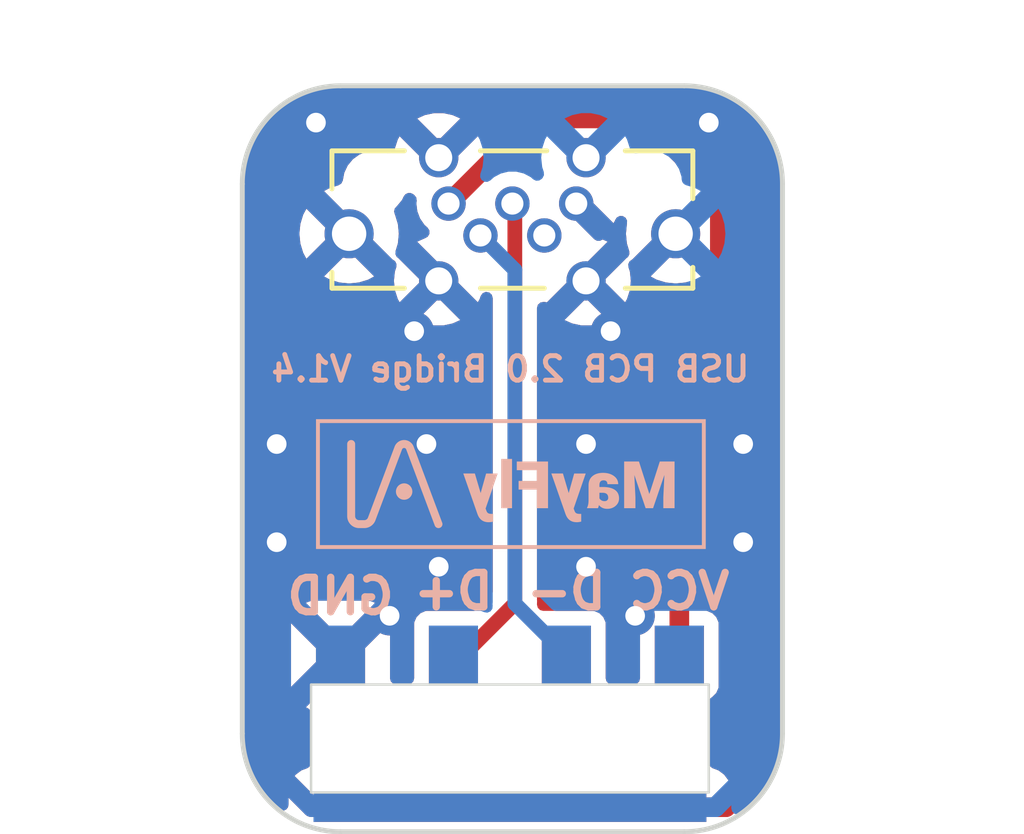
<source format=kicad_pcb>
(kicad_pcb (version 20221018) (generator pcbnew)
  (layers (0 "F.Cu" signal) (31 "B.Cu" signal) (34 "B.Paste" user) (35 "F.Paste" user) (36 "B.SilkS" user "B.Silkscreen") (37 "F.SilkS" user "F.Silkscreen") (38 "B.Mask" user) (39 "F.Mask" user) (44 "Edge.Cuts" user))
  (net 0 "")
  (net 1 "GND")
  (net 2 "Net-(J1-VBUS)")
  (net 3 "Net-(J1-D-)")
  (net 4 "Net-(J1-D+)")
  (footprint "MayFly-Library:USB-PCB" (layer "F.Cu") (at 108.5 112.7)
    (fp_text reference "J2" hide)
    (fp_text value "USB-PCB")
    (fp_rect (start 4 5) (end -4.1 7.2) (stroke (width 0.05)) (fill none) (layer "Edge.Cuts"))
    (pad "1" smd rect (at 3.4 4.4) (size 1 1.2) (layers "F.Cu" "F.Paste" "F.Mask") (net 2 "Net-(J1-VBUS)"))
    (pad "2" smd rect (at 1.1 4.4) (size 1 1.2) (layers "F.Cu" "F.Paste" "F.Mask"))
    (pad "3" smd rect (at -1.2 4.4) (size 1 1.2) (layers "F.Cu" "F.Paste" "F.Mask") (net 4 "Net-(J1-D+)"))
    (pad "4" smd rect (at -3.5 4.4) (size 1 1.2) (layers "F.Cu" "F.Paste" "F.Mask") (net 1 "GND"))
    (pad "5" smd rect (at -0.05 7.5) (size 8 0.6) (layers "F.Cu" "F.Paste" "F.Mask") (net 1 "GND"))
    (pad "6" smd rect (at -0.05 7.5) (size 8 0.6) (layers "B.Cu" "B.Paste" "B.Mask") (net 1 "GND"))
    (pad "7" smd rect (at 3.4 4.4) (size 1 1.2) (layers "B.Cu" "B.Paste" "B.Mask"))
    (pad "8" smd rect (at 1.1 4.4) (size 1 1.2) (layers "B.Cu" "B.Paste" "B.Mask") (net 3 "Net-(J1-D-)"))
    (pad "9" smd rect (at -1.2 4.4) (size 1 1.2) (layers "B.Cu" "B.Paste" "B.Mask"))
    (pad "10" smd rect (at -3.5 4.4) (size 1 1.2) (layers "B.Cu" "B.Paste" "B.Mask") (net 1 "GND"))
  )
  (footprint "MayFly-Library:USB315030075A" (layer "F.Cu") (at 108.5 107.9)
    (fp_text reference "J1" hide)
    (fp_text value "USB_B_Micro" hide)
    (fp_line (start -3.675 -1.075) (end -2.2 -1.075) (stroke (width 0.1)) (layer "F.SilkS"))
    (fp_line (start -3.675 -0.3) (end -3.675 -1.075) (stroke (width 0.1)) (layer "F.SilkS"))
    (fp_line (start -3.675 1.4) (end -3.675 1.725) (stroke (width 0.1)) (layer "F.SilkS"))
    (fp_line (start -3.675 1.725) (end -2.2 1.725) (stroke (width 0.1)) (layer "F.SilkS"))
    (fp_line (start -0.65 -1.075) (end 0.7 -1.075) (stroke (width 0.1)) (layer "F.SilkS"))
    (fp_line (start -0.65 1.725) (end 0.65 1.725) (stroke (width 0.1)) (layer "F.SilkS"))
    (fp_line (start 2.3 -1.075) (end 3.675 -1.075) (stroke (width 0.1)) (layer "F.SilkS"))
    (fp_line (start 3.675 -1.075) (end 3.675 -0.1) (stroke (width 0.1)) (layer "F.SilkS"))
    (fp_line (start 3.675 1.3) (end 3.675 1.725) (stroke (width 0.1)) (layer "F.SilkS"))
    (fp_line (start 3.675 1.725) (end 2.3 1.725) (stroke (width 0.1)) (layer "F.SilkS"))
    (pad "" np_thru_hole circle (at -2.8 -0.425) (size 0.8 0.8) (drill 0.8) (layers "*.Cu" "*.Mask"))
    (pad "" np_thru_hole circle (at 2.8 -0.425) (size 0.8 0.8) (drill 0.8) (layers "*.Cu" "*.Mask"))
    (pad "1" thru_hole circle (at -1.3 0) (size 0.7 0.7) (drill 0.45) (layers "*.Cu" "*.Mask") (net 2 "Net-(J1-VBUS)"))
    (pad "2" thru_hole circle (at -0.65 0.65) (size 0.7 0.7) (drill 0.45) (layers "*.Cu" "*.Mask") (net 3 "Net-(J1-D-)"))
    (pad "3" thru_hole circle (at 0 0) (size 0.7 0.7) (drill 0.45) (layers "*.Cu" "*.Mask") (net 4 "Net-(J1-D+)"))
    (pad "4" thru_hole circle (at 0.65 0.65) (size 0.7 0.7) (drill 0.45) (layers "*.Cu" "*.Mask") (clearance 0.05))
    (pad "5" thru_hole circle (at 1.3 0) (size 0.7 0.7) (drill 0.45) (layers "*.Cu" "*.Mask") (net 1 "GND"))
    (pad "6" thru_hole circle (at -3.325 0.615) (size 1 1) (drill 0.7) (layers "*.Cu" "*.Mask") (net 1 "GND"))
    (pad "6" thru_hole circle (at -1.5 -0.935) (size 0.8 0.8) (drill 0.55) (layers "*.Cu" "*.Mask") (net 1 "GND"))
    (pad "6" thru_hole circle (at -1.5 1.575) (size 0.8 0.8) (drill 0.55) (layers "*.Cu" "*.Mask") (net 1 "GND"))
    (pad "6" thru_hole circle (at 1.5 -0.935) (size 0.8 0.8) (drill 0.55) (layers "*.Cu" "*.Mask") (net 1 "GND"))
    (pad "6" thru_hole circle (at 1.5 1.575) (size 0.8 0.8) (drill 0.55) (layers "*.Cu" "*.Mask") (net 1 "GND"))
    (pad "6" thru_hole circle (at 3.325 0.615) (size 1 1) (drill 0.7) (layers "*.Cu" "*.Mask") (net 1 "GND"))
  )
  (gr_poly (pts (xy 106.287011 113.601037) (xy 106.278519 113.601682) (xy 106.270151 113.602746) (xy 106.261916 113.604216) (xy 106.253826 113.606083) (xy 106.245891 113.608337) (xy 106.238122 113.610966) (xy 106.230528 113.61396) (xy 106.223121 113.617308) (xy 106.215911 113.621001) (xy 106.208908 113.625028) (xy 106.202124 113.629377) (xy 106.195568 113.634039) (xy 106.189251 113.639003) (xy 106.183184 113.644259) (xy 106.177376 113.649796) (xy 106.171839 113.655603) (xy 106.166584 113.66167) (xy 106.16162 113.667987) (xy 106.156958 113.674543) (xy 106.152608 113.681328) (xy 106.148582 113.68833) (xy 106.144889 113.69554) (xy 106.14154 113.702947) (xy 106.138546 113.710541) (xy 106.135917 113.718311) (xy 106.133664 113.726246) (xy 106.131797 113.734336) (xy 106.130326 113.74257) (xy 106.129263 113.750939) (xy 106.128617 113.759431) (xy 106.128399 113.768036) (xy 106.128617 113.776641) (xy 106.129263 113.785133) (xy 106.130326 113.793501) (xy 106.131797 113.801736) (xy 106.133664 113.809826) (xy 106.135917 113.817761) (xy 106.138546 113.82553) (xy 106.14154 113.833124) (xy 106.144889 113.840531) (xy 106.148582 113.847741) (xy 106.152608 113.854744) (xy 106.156958 113.861528) (xy 106.16162 113.868084) (xy 106.166584 113.874401) (xy 106.171839 113.880468) (xy 106.177376 113.886276) (xy 106.183184 113.891812) (xy 106.189251 113.897068) (xy 106.195568 113.902032) (xy 106.202124 113.906694) (xy 106.208908 113.911044) (xy 106.215911 113.91507) (xy 106.223121 113.918763) (xy 106.230528 113.922112) (xy 106.238122 113.925106) (xy 106.245891 113.927735) (xy 106.253826 113.929988) (xy 106.261916 113.931855) (xy 106.270151 113.933326) (xy 106.278519 113.934389) (xy 106.287011 113.935035) (xy 106.295616 113.935252) (xy 106.304221 113.935035) (xy 106.312713 113.934389) (xy 106.321082 113.933326) (xy 106.329316 113.931855) (xy 106.337406 113.929988) (xy 106.345341 113.927735) (xy 106.353111 113.925106) (xy 106.360705 113.922112) (xy 106.368112 113.918763) (xy 106.375322 113.91507) (xy 106.382324 113.911044) (xy 106.389109 113.906694) (xy 106.395665 113.902032) (xy 106.401982 113.897068) (xy 106.408049 113.891812) (xy 106.413856 113.886276) (xy 106.419393 113.880468) (xy 106.424649 113.874401) (xy 106.429613 113.868084) (xy 106.434275 113.861528) (xy 106.438625 113.854744) (xy 106.442651 113.847741) (xy 106.446344 113.840531) (xy 106.449692 113.833124) (xy 106.452687 113.82553) (xy 106.455315 113.817761) (xy 106.457569 113.809826) (xy 106.459436 113.801736) (xy 106.460906 113.793501) (xy 106.46197 113.785133) (xy 106.462616 113.776641) (xy 106.462833 113.768036) (xy 106.462616 113.759431) (xy 106.46197 113.750939) (xy 106.460906 113.74257) (xy 106.459436 113.734336) (xy 106.457569 113.726246) (xy 106.455315 113.718311) (xy 106.452687 113.710541) (xy 106.449692 113.702947) (xy 106.446344 113.69554) (xy 106.442651 113.68833) (xy 106.438625 113.681328) (xy 106.434275 113.674543) (xy 106.429613 113.667987) (xy 106.424649 113.66167) (xy 106.419393 113.655603) (xy 106.413856 113.649796) (xy 106.408049 113.644259) (xy 106.401982 113.639003) (xy 106.395665 113.634039) (xy 106.389109 113.629377) (xy 106.382324 113.625028) (xy 106.375322 113.621001) (xy 106.368112 113.617308) (xy 106.360705 113.61396) (xy 106.353111 113.610966) (xy 106.345341 113.608337) (xy 106.337406 113.606083) (xy 106.329316 113.604216) (xy 106.321082 113.602746) (xy 106.312713 113.601682) (xy 106.304221 113.601037) (xy 106.295616 113.600819)) (fill solid) (layer "B.SilkS"))
  (gr_poly (pts (xy 106.287339 112.718062) (xy 106.279378 112.71853) (xy 106.271477 112.719305) (xy 106.263643 112.720381) (xy 106.255883 112.721753) (xy 106.248206 112.723416) (xy 106.240617 112.725365) (xy 106.233125 112.727595) (xy 106.225737 112.730101) (xy 106.21846 112.732878) (xy 106.211301 112.73592) (xy 106.204269 112.739224) (xy 106.19737 112.742783) (xy 106.190611 112.746594) (xy 106.184001 112.750649) (xy 106.177546 112.754946) (xy 106.171254 112.759478) (xy 106.165132 112.764241) (xy 106.159187 112.769229) (xy 106.153427 112.774438) (xy 106.14786 112.779863) (xy 106.142492 112.785498) (xy 106.137331 112.791338) (xy 106.132385 112.797379) (xy 106.12766 112.803615) (xy 106.123164 112.810041) (xy 106.118905 112.816652) (xy 106.114889 112.823444) (xy 106.111125 112.830411) (xy 106.107619 112.837548) (xy 106.104379 112.84485) (xy 106.101412 112.852313) (xy 105.55928 114.298261) (xy 105.556835 114.304041) (xy 105.553977 114.309563) (xy 105.550731 114.314811) (xy 105.547118 114.31977) (xy 105.543161 114.324424) (xy 105.538882 114.328756) (xy 105.534304 114.332752) (xy 105.529449 114.336394) (xy 105.52434 114.339667) (xy 105.518999 114.342555) (xy 105.513449 114.345042) (xy 105.507712 114.347113) (xy 105.50181 114.348752) (xy 105.495767 114.349942) (xy 105.489605 114.350667) (xy 105.483346 114.350913) (xy 105.37857 114.350913) (xy 105.374404 114.350807) (xy 105.370292 114.350495) (xy 105.366241 114.34998) (xy 105.362254 114.349268) (xy 105.358337 114.348364) (xy 105.354495 114.347273) (xy 105.350733 114.346) (xy 105.347056 114.34455) (xy 105.34347 114.342929) (xy 105.339979 114.341141) (xy 105.336588 114.339191) (xy 105.333303 114.337086) (xy 105.330129 114.334828) (xy 105.327071 114.332425) (xy 105.324133 114.32988) (xy 105.321321 114.327199) (xy 105.318641 114.324388) (xy 105.316096 114.32145) (xy 105.313692 114.318391) (xy 105.311435 114.315217) (xy 105.309329 114.311932) (xy 105.30738 114.308542) (xy 105.305592 114.305051) (xy 105.30397 114.301465) (xy 105.302521 114.297788) (xy 105.301248 114.294026) (xy 105.300157 114.290184) (xy 105.299253 114.286267) (xy 105.298541 114.28228) (xy 105.298026 114.278228) (xy 105.297713 114.274117) (xy 105.297608 114.26995) (xy 105.297608 112.799132) (xy 105.297503 112.794965) (xy 105.29719 112.790854) (xy 105.296675 112.786802) (xy 105.295963 112.782815) (xy 105.295059 112.778898) (xy 105.293968 112.775056) (xy 105.292695 112.771294) (xy 105.291246 112.767617) (xy 105.289624 112.764031) (xy 105.287836 112.76054) (xy 105.285887 112.75715) (xy 105.283781 112.753865) (xy 105.281524 112.75069) (xy 105.27912 112.747632) (xy 105.276575 112.744694) (xy 105.273895 112.741882) (xy 105.271083 112.739202) (xy 105.268145 112.736657) (xy 105.265087 112.734253) (xy 105.261912 112.731996) (xy 105.258628 112.72989) (xy 105.255237 112.727941) (xy 105.251746 112.726153) (xy 105.24816 112.724532) (xy 105.244483 112.723082) (xy 105.240721 112.721809) (xy 105.236879 112.720718) (xy 105.232962 112.719814) (xy 105.228975 112.719102) (xy 105.224924 112.718587) (xy 105.220812 112.718274) (xy 105.216646 112.718169) (xy 105.212479 112.718274) (xy 105.208368 112.718587) (xy 105.204316 112.719102) (xy 105.200329 112.719814) (xy 105.196412 112.720718) (xy 105.19257 112.721809) (xy 105.188808 112.723082) (xy 105.185131 112.724532) (xy 105.181545 112.726153) (xy 105.178054 112.727941) (xy 105.174664 112.72989) (xy 105.171379 112.731996) (xy 105.168205 112.734253) (xy 105.165146 112.736657) (xy 105.162208 112.739202) (xy 105.159397 112.741882) (xy 105.156716 112.744694) (xy 105.154171 112.747632) (xy 105.151768 112.75069) (xy 105.14951 112.753865) (xy 105.147404 112.75715) (xy 105.145455 112.76054) (xy 105.143667 112.764031) (xy 105.142046 112.767617) (xy 105.140596 112.771294) (xy 105.139323 112.775056) (xy 105.138232 112.778898) (xy 105.137328 112.782815) (xy 105.136616 112.786802) (xy 105.136101 112.790854) (xy 105.135789 112.794965) (xy 105.135683 112.799132) (xy 105.135683 114.269685) (xy 105.136 114.282161) (xy 105.13694 114.294476) (xy 105.138488 114.306614) (xy 105.140629 114.31856) (xy 105.143346 114.330299) (xy 105.146626 114.341815) (xy 105.150451 114.353092) (xy 105.154808 114.364117) (xy 105.15968 114.374872) (xy 105.165052 114.385343) (xy 105.170908 114.395514) (xy 105.177234 114.40537) (xy 105.184014 114.414895) (xy 105.191232 114.424075) (xy 105.198873 114.432893) (xy 105.206922 114.441334) (xy 105.215363 114.449383) (xy 105.224181 114.457024) (xy 105.23336 114.464242) (xy 105.242886 114.471022) (xy 105.252742 114.477348) (xy 105.262913 114.483204) (xy 105.273384 114.488576) (xy 105.284139 114.493448) (xy 105.295163 114.497805) (xy 105.306441 114.50163) (xy 105.317957 114.50491) (xy 105.329696 114.507627) (xy 105.341642 114.509768) (xy 105.35378 114.511316) (xy 105.366095 114.512256) (xy 105.37857 114.512573) (xy 105.483346 114.512573) (xy 105.492767 114.512388) (xy 105.502124 114.511837) (xy 105.511408 114.510925) (xy 105.520611 114.50966) (xy 105.529724 114.508047) (xy 105.538739 114.506092) (xy 105.547647 114.5038) (xy 105.556441 114.501179) (xy 105.56511 114.498234) (xy 105.573647 114.49497) (xy 105.582044 114.491395) (xy 105.590292 114.487514) (xy 105.598382 114.483333) (xy 105.606307 114.478857) (xy 105.614056 114.474094) (xy 105.621623 114.469049) (xy 105.628998 114.463728) (xy 105.636174 114.458137) (xy 105.64314 114.452282) (xy 105.64989 114.446169) (xy 105.656415 114.439804) (xy 105.662706 114.433193) (xy 105.668754 114.426342) (xy 105.674552 114.419258) (xy 105.68009 114.411945) (xy 105.685361 114.404411) (xy 105.690355 114.39666) (xy 105.695065 114.3887) (xy 105.699482 114.380536) (xy 105.703596 114.372174) (xy 105.707401 114.363621) (xy 105.710887 114.354881) (xy 106.253018 112.909198) (xy 106.254377 112.905991) (xy 106.255966 112.902923) (xy 106.257771 112.900003) (xy 106.259781 112.897242) (xy 106.261984 112.894649) (xy 106.264366 112.892232) (xy 106.266916 112.890001) (xy 106.269621 112.887965) (xy 106.272468 112.886134) (xy 106.275446 112.884517) (xy 106.278541 112.883124) (xy 106.281742 112.881963) (xy 106.285036 112.881043) (xy 106.28841 112.880375) (xy 106.291853 112.879967) (xy 106.295352 112.879829) (xy 106.297107 112.879864) (xy 106.29885 112.879967) (xy 106.300579 112.880138) (xy 106.302293 112.880375) (xy 106.303989 112.880677) (xy 106.305667 112.881043) (xy 106.307325 112.881472) (xy 106.308961 112.881963) (xy 106.310574 112.882513) (xy 106.312162 112.883124) (xy 106.313724 112.883792) (xy 106.315257 112.884517) (xy 106.316762 112.885299) (xy 106.318235 112.886134) (xy 106.319676 112.887024) (xy 106.321082 112.887965) (xy 106.322453 112.888958) (xy 106.323787 112.890001) (xy 106.325082 112.891092) (xy 106.326337 112.892232) (xy 106.32755 112.893417) (xy 106.328719 112.894649) (xy 106.329844 112.895924) (xy 106.330922 112.897242) (xy 106.331952 112.898602) (xy 106.332932 112.900003) (xy 106.333861 112.901444) (xy 106.334738 112.902923) (xy 106.33556 112.904438) (xy 106.336326 112.905991) (xy 106.337035 112.907577) (xy 106.337685 112.909198) (xy 106.919239 114.460186) (xy 106.921737 114.46614) (xy 106.924651 114.471791) (xy 106.927955 114.477129) (xy 106.931625 114.482142) (xy 106.935636 114.486818) (xy 106.939963 114.491146) (xy 106.944582 114.495116) (xy 106.949468 114.498715) (xy 106.954595 114.501933) (xy 106.959939 114.504759) (xy 106.965476 114.507181) (xy 106.97118 114.509187) (xy 106.977026 114.510767) (xy 106.982991 114.51191) (xy 106.989048 114.512604) (xy 106.995174 114.512838) (xy 106.996917 114.512816) (xy 106.99867 114.512751) (xy 107.000432 114.512644) (xy 107.002202 114.512494) (xy 107.003979 114.512303) (xy 107.00576 114.51207) (xy 107.007544 114.511796) (xy 107.00933 114.511482) (xy 107.011115 114.511127) (xy 107.012899 114.510732) (xy 107.01468 114.510297) (xy 107.016457 114.509824) (xy 107.018227 114.509312) (xy 107.01999 114.508761) (xy 107.021743 114.508172) (xy 107.023485 114.507546) (xy 107.027343 114.505992) (xy 107.031077 114.504262) (xy 107.034685 114.502362) (xy 107.038162 114.500299) (xy 107.041507 114.49808) (xy 107.044717 114.495711) (xy 107.047787 114.493199) (xy 107.050716 114.490551) (xy 107.053501 114.487772) (xy 107.056137 114.484871) (xy 107.058624 114.481852) (xy 107.060957 114.478724) (xy 107.063133 114.475493) (xy 107.065151 114.472165) (xy 107.067006 114.468747) (xy 107.068695 114.465246) (xy 107.070217 114.461668) (xy 107.071567 114.458019) (xy 107.072743 114.454308) (xy 107.073743 114.450539) (xy 107.074562 114.44672) (xy 107.075198 114.442858) (xy 107.075648 114.438959) (xy 107.075909 114.435029) (xy 107.075979 114.431076) (xy 107.075853 114.427106) (xy 107.07553 114.423126) (xy 107.075007 114.419141) (xy 107.074279 114.41516) (xy 107.073345 114.411188) (xy 107.072201 114.407233) (xy 107.070845 114.4033) (xy 106.489291 112.852313) (xy 106.483084 112.837548) (xy 106.475814 112.823444) (xy 106.467539 112.810041) (xy 106.458318 112.797379) (xy 106.448211 112.785498) (xy 106.437276 112.774438) (xy 106.425572 112.764241) (xy 106.413157 112.754946) (xy 106.400092 112.746594) (xy 106.386434 112.739224) (xy 106.372244 112.732878) (xy 106.357578 112.727595) (xy 106.342498 112.723416) (xy 106.32706 112.720381) (xy 106.311325 112.71853) (xy 106.295352 112.717904)) (fill solid) (layer "B.SilkS"))
  (gr_poly (pts (xy 108.272054 114.107232) (xy 108.492981 114.107232) (xy 108.492981 113.103402) (xy 108.272054 113.103402)) (fill solid) (layer "B.SilkS"))
  (gr_poly (pts (xy 111.289362 113.817777) (xy 111.077695 113.15579) (xy 110.775806 113.15579) (xy 110.775806 114.107232) (xy 111.005729 114.107232) (xy 111.005729 113.884982) (xy 110.983504 113.430163) (xy 111.213427 114.107232) (xy 111.365033 114.107232) (xy 111.59575 113.429634) (xy 111.573525 113.885246) (xy 111.573525 114.107496) (xy 111.802918 114.107496) (xy 111.802918 113.15579) (xy 111.501822 113.15579)) (fill solid) (layer "B.SilkS"))
  (gr_poly (pts (xy 107.788131 114.2255) (xy 107.800566 114.255663) (xy 107.804503 114.264111) (xy 107.808622 114.272291) (xy 107.812924 114.280203) (xy 107.817409 114.287847) (xy 107.822078 114.295222) (xy 107.826929 114.30233) (xy 107.831964 114.309169) (xy 107.837182 114.31574) (xy 107.842584 114.322043) (xy 107.848169 114.328077) (xy 107.853937 114.333843) (xy 107.859888 114.339341) (xy 107.866024 114.344571) (xy 107.872342 114.349533) (xy 107.878845 114.354227) (xy 107.885531 114.358652) (xy 107.892401 114.362809) (xy 107.899454 114.366698) (xy 107.906691 114.370319) (xy 107.914112 114.373671) (xy 107.921718 114.376755) (xy 107.929507 114.379572) (xy 107.93748 114.38212) (xy 107.945637 114.384399) (xy 107.953978 114.386411) (xy 107.962503 114.388154) (xy 107.971213 114.389629) (xy 107.980106 114.390836) (xy 107.989184 114.391775) (xy 107.998447 114.392445) (xy 108.017525 114.392982) (xy 108.028402 114.392783) (xy 108.039406 114.392184) (xy 108.050541 114.391182) (xy 108.061809 114.389774) (xy 108.073214 114.387956) (xy 108.084758 114.385726) (xy 108.096444 114.383081) (xy 108.108277 114.380017) (xy 108.108277 114.223119) (xy 108.079437 114.223119) (xy 108.068175 114.222908) (xy 108.062804 114.222645) (xy 108.057605 114.222276) (xy 108.052578 114.221802) (xy 108.047723 114.221222) (xy 108.043039 114.220536) (xy 108.038526 114.219746) (xy 108.034184 114.21885) (xy 108.030011 114.217848) (xy 108.026009 114.216741) (xy 108.022176 114.215529) (xy 108.018512 114.214211) (xy 108.015016 114.212788) (xy 108.011689 114.211259) (xy 108.008529 114.209625) (xy 108.005506 114.207858) (xy 108.002587 114.205928) (xy 107.999773 114.203836) (xy 107.997061 114.20158) (xy 107.994452 114.19916) (xy 107.991944 114.196575) (xy 107.989537 114.193824) (xy 107.98723 114.190906) (xy 107.985022 114.187821) (xy 107.982913 114.184568) (xy 107.980901 114.181145) (xy 107.978986 114.177553) (xy 107.977168 114.17379) (xy 107.975445 114.169856) (xy 107.973816 114.16575) (xy 107.972281 114.161471) (xy 107.954554 114.114375) (xy 108.063201 113.798727) (xy 107.853747 113.798727) (xy 107.853483 113.798992) (xy 107.85365 113.798397) (xy 107.853747 113.798727) (xy 108.063201 113.798727) (xy 108.200352 113.400265) (xy 107.965137 113.400265) (xy 107.85365 113.798397) (xy 107.736008 113.4) (xy 107.5 113.4)) (fill solid) (layer "B.SilkS"))
  (gr_poly (pts (xy 104.500683 114.938552) (xy 112.438183 114.938552) (xy 112.438183 114.859177) (xy 112.358808 114.859177) (xy 104.580058 114.859177) (xy 104.580058 112.372094) (xy 112.358808 112.372094) (xy 112.358808 114.859177) (xy 112.438183 114.859177) (xy 112.438183 112.292719) (xy 104.500683 112.292719)) (fill solid) (layer "B.SilkS"))
  (gr_poly (pts (xy 110.328635 113.387293) (xy 110.312388 113.388065) (xy 110.296586 113.389352) (xy 110.281229 113.391153) (xy 110.266318 113.393469) (xy 110.251851 113.3963) (xy 110.237828 113.399646) (xy 110.224249 113.403506) (xy 110.211113 113.407881) (xy 110.19842 113.412771) (xy 110.18617 113.418175) (xy 110.174362 113.424094) (xy 110.162996 113.430528) (xy 110.152072 113.437476) (xy 110.141588 113.444939) (xy 110.131545 113.452917) (xy 110.122023 113.461344) (xy 110.113102 113.470156) (xy 110.104782 113.479353) (xy 110.097063 113.488933) (xy 110.089943 113.498899) (xy 110.083423 113.509249) (xy 110.077502 113.519983) (xy 110.072179 113.531101) (xy 110.067456 113.542605) (xy 110.06333 113.554492) (xy 110.059802 113.566764) (xy 110.056871 113.579421) (xy 110.054537 113.592462) (xy 110.052799 113.605888) (xy 110.051658 113.619698) (xy 110.051112 113.633892) (xy 110.051112 113.946894) (xy 110.05038 113.970495) (xy 110.049689 113.981765) (xy 110.04878 113.992679) (xy 110.047655 114.003239) (xy 110.046312 114.013444) (xy 110.044753 114.023292) (xy 110.042976 114.032785) (xy 110.040982 114.04192) (xy 110.038772 114.050699) (xy 110.036344 114.059121) (xy 110.033699 114.067184) (xy 110.030837 114.07489) (xy 110.027758 114.082237) (xy 110.024462 114.089226) (xy 110.020949 114.095854) (xy 110.020949 114.106967) (xy 110.241083 114.106967) (xy 110.241877 114.107232) (xy 110.243353 114.104472) (xy 110.244804 114.101551) (xy 110.246232 114.098469) (xy 110.247635 114.095226) (xy 110.249016 114.091822) (xy 110.250374 114.088256) (xy 110.251709 114.084529) (xy 110.253022 114.080641) (xy 110.255584 114.072381) (xy 110.258062 114.063476) (xy 110.260459 114.053926) (xy 110.262779 114.043732) (xy 110.270558 114.053006) (xy 110.278716 114.061678) (xy 110.287252 114.06975) (xy 110.296166 114.077222) (xy 110.305458 114.084094) (xy 110.315129 114.090366) (xy 110.325178 114.096039) (xy 110.335605 114.101113) (xy 110.346411 114.105589) (xy 110.357595 114.109466) (xy 110.369157 114.112747) (xy 110.381097 114.115429) (xy 110.393416 114.117515) (xy 110.406113 114.119005) (xy 110.419188 114.119898) (xy 110.432641 114.120196) (xy 110.445025 114.11996) (xy 110.457173 114.119253) (xy 110.469085 114.118074) (xy 110.480762 114.116422) (xy 110.492203 114.114297) (xy 110.503409 114.111699) (xy 110.514379 114.108627) (xy 110.525113 114.105082) (xy 110.535612 114.101062) (xy 110.545875 114.096567) (xy 110.555902 114.091597) (xy 110.565694 114.086152) (xy 110.57525 114.08023) (xy 110.58457 114.073833) (xy 110.593655 114.066958) (xy 110.602504 114.059606) (xy 110.610962 114.051942) (xy 110.618875 114.04403) (xy 110.626242 114.035872) (xy 110.633063 114.027468) (xy 110.639339 114.018819) (xy 110.645068 114.009926) (xy 110.650253 114.000789) (xy 110.654891 113.99141) (xy 110.658984 113.981789) (xy 110.662531 113.971927) (xy 110.665532 113.961825) (xy 110.667988 113.951483) (xy 110.669898 113.940902) (xy 110.671262 113.930084) (xy 110.672081 113.919028) (xy 110.672354 113.907736) (xy 110.672081 113.896094) (xy 110.451691 113.896094) (xy 110.45161 113.899818) (xy 110.451369 113.903449) (xy 110.450967 113.906988) (xy 110.450405 113.910435) (xy 110.449684 113.913791) (xy 110.448803 113.917056) (xy 110.447763 113.92023) (xy 110.446565 113.923313) (xy 110.445208 113.926307) (xy 110.443694 113.929211) (xy 110.442023 113.932026) (xy 110.440194 113.934752) (xy 110.438209 113.93739) (xy 110.436068 113.93994) (xy 110.433771 113.942402) (xy 110.431318 113.944778) (xy 110.428745 113.947035) (xy 110.426084 113.949144) (xy 110.423337 113.951105) (xy 110.420503 113.952918) (xy 110.417583 113.954584) (xy 110.414575 113.956103) (xy 110.411481 113.957475) (xy 110.408299 113.958701) (xy 110.405031 113.959782) (xy 110.401677 113.960717) (xy 110.398235 113.961508) (xy 110.394706 113.962153) (xy 110.391091 113.962655) (xy 110.387389 113.963013) (xy 110.3836 113.963227) (xy 110.379724 113.963299) (xy 110.379724 113.963563) (xy 110.374621 113.963495) (xy 110.369629 113.96329) (xy 110.364749 113.962947) (xy 110.35998 113.962467) (xy 110.355323 113.961849) (xy 110.350777 113.961093) (xy 110.346344 113.960198) (xy 110.342021 113.959164) (xy 110.337811 113.957991) (xy 110.333712 113.956677) (xy 110.329724 113.955223) (xy 110.325849 113.953629) (xy 110.322085 113.951893) (xy 110.318432 113.950016) (xy 110.314891 113.947997) (xy 110.311462 113.945836) (xy 110.308147 113.943631) (xy 110.304951 113.941384) (xy 110.301872 113.939096) (xy 110.298911 113.936766) (xy 110.296068 113.934395) (xy 110.293342 113.931986) (xy 110.290735 113.929537) (xy 110.288245 113.92705) (xy 110.285873 113.924527) (xy 110.283619 113.921967) (xy 110.281482 113.919371) (xy 110.279464 113.91674) (xy 110.277563 113.914075) (xy 110.27578 113.911377) (xy 110.274115 113.908646) (xy 110.272568 113.905884) (xy 110.272568 113.792907) (xy 110.336597 113.792907) (xy 110.350534 113.79331) (xy 110.363572 113.794519) (xy 110.369754 113.795426) (xy 110.375711 113.796534) (xy 110.381443 113.797844) (xy 110.386951 113.799356) (xy 110.392233 113.801069) (xy 110.397291 113.802984) (xy 110.402124 113.8051) (xy 110.406733 113.807417) (xy 110.411116 113.809937) (xy 110.415275 113.812657) (xy 110.419209 113.81558) (xy 110.422918 113.818704) (xy 110.426402 113.822029) (xy 110.429661 113.825556) (xy 110.432696 113.829284) (xy 110.435506 113.833214) (xy 110.438091 113.837346) (xy 110.440451 113.841679) (xy 110.442587 113.846214) (xy 110.444498 113.85095) (xy 110.446184 113.855887) (xy 110.447645 113.861027) (xy 110.448881 113.866367) (xy 110.449893 113.87191) (xy 110.450679 113.877653) (xy 110.451241 113.883599) (xy 110.451579 113.889746) (xy 110.451691 113.896094) (xy 110.672081 113.896094) (xy 110.672022 113.893569) (xy 110.671026 113.879843) (xy 110.669368 113.866557) (xy 110.667045 113.853711) (xy 110.664059 113.841306) (xy 110.66041 113.829341) (xy 110.656097 113.817816) (xy 110.651121 113.806731) (xy 110.645481 113.796087) (xy 110.639177 113.785883) (xy 110.63221 113.776119) (xy 110.62458 113.766796) (xy 110.616286 113.757912) (xy 110.607328 113.749469) (xy 110.597707 113.741467) (xy 110.587422 113.733905) (xy 110.576505 113.726792) (xy 110.564986 113.720138) (xy 110.552865 113.713943) (xy 110.540141 113.708207) (xy 110.526813 113.70293) (xy 110.512883 113.698111) (xy 110.498348 113.693752) (xy 110.48321 113.689851) (xy 110.467466 113.68641) (xy 110.451118 113.683427) (xy 110.434164 113.680903) (xy 110.416605 113.678838) (xy 110.398439 113.677232) (xy 110.379667 113.676085) (xy 110.360288 113.675396) (xy 110.340302 113.675167) (xy 110.272304 113.675167) (xy 110.272304 113.637861) (xy 110.272632 113.625992) (xy 110.273619 113.614891) (xy 110.275263 113.604559) (xy 110.276332 113.59968) (xy 110.277566 113.594994) (xy 110.278965 113.5905) (xy 110.280528 113.586197) (xy 110.282256 113.582086) (xy 110.284149 113.578167) (xy 110.286207 113.574439) (xy 110.28843 113.570903) (xy 110.290818 113.567559) (xy 110.293371 113.564406) (xy 110.296089 113.561444) (xy 110.298972 113.558674) (xy 110.302021 113.556096) (xy 110.305234 113.553708) (xy 110.308613 113.551512) (xy 110.312158 113.549507) (xy 110.315867 113.547694) (xy 110.319743 113.546071) (xy 110.323783 113.544639) (xy 110.327989 113.543399) (xy 110.332361 113.542349) (xy 110.336899 113.541491) (xy 110.341602 113.540823) (xy 110.346471 113.540346) (xy 110.351505 113.54006) (xy 110.356706 113.539965) (xy 110.361539 113.540041) (xy 110.366218 113.540269) (xy 110.370742 113.540648) (xy 110.375112 113.54118) (xy 110.379326 113.541863) (xy 110.383387 113.542698) (xy 110.387292 113.543684) (xy 110.391044 113.544822) (xy 110.394641 113.546112) (xy 110.398084 113.547553) (xy 110.401373 113.549146) (xy 110.404507 113.55089) (xy 110.407488 113.552785) (xy 110.410316 113.554832) (xy 110.412989 113.55703) (xy 110.415509 113.559379) (xy 110.417876 113.561879) (xy 110.420089 113.56453) (xy 110.422149 113.567333) (xy 110.424056 113.570286) (xy 110.425809 113.57339) (xy 110.42741 113.576646) (xy 110.428857 113.580052) (xy 110.430152 113.583609) (xy 110.431295 113.587316) (xy 110.432284 113.591175) (xy 110.433121 113.595184) (xy 110.433806 113.599344) (xy 110.434338 113.603654) (xy 110.434718 113.608115) (xy 110.434946 113.612726) (xy 110.435022 113.617488) (xy 110.655156 113.617488) (xy 110.654815 113.604837) (xy 110.653791 113.592485) (xy 110.652086 113.580431) (xy 110.649699 113.568676) (xy 110.646629 113.557221) (xy 110.642877 113.546064) (xy 110.638444 113.535208) (xy 110.633328 113.524652) (xy 110.627529 113.514397) (xy 110.621049 113.504443) (xy 110.613887 113.494791) (xy 110.606042 113.48544) (xy 110.597516 113.476392) (xy 110.588307 113.467646) (xy 110.578416 113.459204) (xy 110.567843 113.451065) (xy 110.556743 113.443326) (xy 110.54527 113.436083) (xy 110.533425 113.429338) (xy 110.521206 113.423089) (xy 110.508614 113.417339) (xy 110.495648 113.412086) (xy 110.482307 113.407332) (xy 110.468591 113.403076) (xy 110.454501 113.39932) (xy 110.440034 113.396063) (xy 110.425192 113.393306) (xy 110.409974 113.39105) (xy 110.394379 113.389294) (xy 110.378406 113.38804) (xy 110.362056 113.387287) (xy 110.345329 113.387036)) (fill solid) (layer "B.SilkS"))
  (gr_poly (pts (xy 109.581477 114.2255) (xy 109.593912 114.255663) (xy 109.597849 114.264111) (xy 109.601968 114.272291) (xy 109.60627 114.280203) (xy 109.610755 114.287847) (xy 109.615424 114.295222) (xy 109.620275 114.30233) (xy 109.62531 114.309169) (xy 109.630528 114.31574) (xy 109.63593 114.322043) (xy 109.641514 114.328077) (xy 109.647283 114.333843) (xy 109.653234 114.339341) (xy 109.65937 114.344571) (xy 109.665688 114.349533) (xy 109.672191 114.354227) (xy 109.678877 114.358652) (xy 109.685746 114.362809) (xy 109.6928 114.366698) (xy 109.700037 114.370319) (xy 109.707458 114.373671) (xy 109.715063 114.376755) (xy 109.722852 114.379572) (xy 109.730825 114.38212) (xy 109.738983 114.384399) (xy 109.747324 114.386411) (xy 109.755849 114.388154) (xy 109.764558 114.389629) (xy 109.773452 114.390836) (xy 109.78253 114.391775) (xy 109.791793 114.392445) (xy 109.810871 114.392982) (xy 109.821748 114.392783) (xy 109.832752 114.392184) (xy 109.843887 114.391182) (xy 109.855155 114.389774) (xy 109.86656 114.387956) (xy 109.878104 114.385726) (xy 109.88979 114.383081) (xy 109.901623 114.380017) (xy 109.901623 114.223119) (xy 109.872783 114.223119) (xy 109.861521 114.222908) (xy 109.85615 114.222645) (xy 109.850951 114.222276) (xy 109.845924 114.221802) (xy 109.841069 114.221222) (xy 109.836385 114.220536) (xy 109.831872 114.219746) (xy 109.82753 114.21885) (xy 109.823357 114.217848) (xy 109.819355 114.216741) (xy 109.815522 114.215529) (xy 109.811857 114.214211) (xy 109.808362 114.212788) (xy 109.805034 114.211259) (xy 109.801875 114.209625) (xy 109.798852 114.207858) (xy 109.795933 114.205928) (xy 109.793118 114.203836) (xy 109.790407 114.20158) (xy 109.787798 114.19916) (xy 109.78529 114.196575) (xy 109.782883 114.193824) (xy 109.780576 114.190906) (xy 109.778368 114.187821) (xy 109.776259 114.184568) (xy 109.774247 114.181145) (xy 109.772332 114.177553) (xy 109.770514 114.17379) (xy 109.768791 114.169856) (xy 109.767162 114.16575) (xy 109.765627 114.161471) (xy 109.7479 114.114375) (xy 109.856546 113.798727) (xy 109.647093 113.798727) (xy 109.646829 113.798992) (xy 109.646996 113.798397) (xy 109.647093 113.798727) (xy 109.856546 113.798727) (xy 109.993698 113.400265) (xy 109.758483 113.400265) (xy 109.646996 113.798397) (xy 109.529354 113.4) (xy 109.293346 113.4)) (fill solid) (layer "B.SilkS"))
  (gr_poly (pts (xy 108.589554 113.332796) (xy 108.996747 113.332796) (xy 108.996747 113.551607) (xy 108.62686 113.551607) (xy 108.62686 113.728348) (xy 108.996747 113.728348) (xy 108.996747 114.107496) (xy 109.226141 114.107496) (xy 109.226141 113.15579) (xy 108.589554 113.15579)) (fill solid) (layer "B.SilkS"))
  (gr_arc (start 105 120.7) (mid 103.585786 120.114214) (end 103 118.7) (stroke (width 0.1)) (layer "Edge.Cuts"))
  (gr_arc (start 114 118.7) (mid 113.414214 120.114214) (end 112 120.7) (stroke (width 0.1)) (layer "Edge.Cuts"))
  (gr_line (start 114 107.5) (end 114 118.7) (stroke (width 0.1)) (layer "Edge.Cuts"))
  (gr_arc (start 103 107.5) (mid 103.585786 106.085786) (end 105 105.5) (stroke (width 0.1)) (layer "Edge.Cuts"))
  (gr_line (start 112 120.7) (end 105 120.7) (stroke (width 0.1)) (layer "Edge.Cuts"))
  (gr_arc (start 112 105.5) (mid 113.414214 106.085786) (end 114 107.5) (stroke (width 0.1)) (layer "Edge.Cuts"))
  (gr_line (start 105 105.5) (end 112 105.5) (stroke (width 0.1)) (layer "Edge.Cuts"))
  (gr_line (start 103 107.5) (end 103 118.7) (stroke (width 0.1)) (layer "Edge.Cuts"))
  (gr_text "VCC" (at 111.9 115.8) (layer "B.SilkS") (effects (font (size 0.7 0.7) (thickness 0.15) bold) (justify mirror)))
  (gr_text "D+" (at 107.3 115.8) (layer "B.SilkS") (effects (font (size 0.7 0.7) (thickness 0.15) bold) (justify mirror)))
  (gr_text "USB PCB 2.0 Bridge V1.4" (at 108.458808 111.272094) (layer "B.SilkS") (effects (font (size 0.5 0.5) (thickness 0.1)) (justify mirror)))
  (gr_text "D-" (at 109.6 115.8) (layer "B.SilkS") (effects (font (size 0.7 0.7) (thickness 0.15) bold) (justify mirror)))
  (gr_text "GND" (at 105 115.9) (layer "B.SilkS") (effects (font (size 0.7 0.7) (thickness 0.15) bold) (justify mirror)))
  (segment (start 108.45 120.2) (end 112.85 120.2) (width 0.4) (layer "F.Cu") (net 1))
  (segment (start 108.45 120.2) (end 104.417157 120.2) (width 0.4) (layer "F.Cu") (net 1))
  (segment (start 112.85 120.2) (end 113.2 119.85) (width 0.4) (layer "F.Cu") (net 1))
  (segment (start 103.7 119.482843) (end 103.7 114.8) (width 0.4) (layer "F.Cu") (net 1))
  (segment (start 104.417157 120.2) (end 103.7 119.482843) (width 0.4) (layer "F.Cu") (net 1))
  (segment (start 113.2 119.85) (end 113.2 114.8) (width 0.4) (layer "F.Cu") (net 1))
  (via (at 106 116.3) (size 0.8) (drill 0.4) (layers "F.Cu" "B.Cu") (net 1))
  (via (at 110.5 110.5) (size 0.8) (drill 0.4) (layers "F.Cu" "B.Cu") (net 1))
  (via (at 111 116.3) (size 0.8) (drill 0.4) (layers "F.Cu" "B.Cu") (net 1))
  (via (at 110 112.8) (size 0.8) (drill 0.4) (layers "F.Cu" "B.Cu") (net 1))
  (via (at 106.75 112.8) (size 0.8) (drill 0.4) (layers "F.Cu" "B.Cu") (net 1))
  (via (at 103.7 114.8) (size 0.8) (drill 0.4) (layers "F.Cu" "B.Cu") (net 1))
  (via (at 112.5 106.25) (size 0.8) (drill 0.4) (layers "F.Cu" "B.Cu") (net 1))
  (via (at 113.2 114.8) (size 0.8) (drill 0.4) (layers "F.Cu" "B.Cu") (net 1))
  (via (at 106.5 110.5) (size 0.8) (drill 0.4) (layers "F.Cu" "B.Cu") (net 1))
  (via (at 110 115.3) (size 0.8) (drill 0.4) (layers "F.Cu" "B.Cu") (net 1))
  (via (at 113.2 112.8) (size 0.8) (drill 0.4) (layers "F.Cu" "B.Cu") (net 1))
  (via (at 107 115.3) (size 0.8) (drill 0.4) (layers "F.Cu" "B.Cu") (net 1))
  (via (at 103.7 112.8) (size 0.8) (drill 0.4) (layers "F.Cu" "B.Cu") (net 1))
  (via (at 104.5 106.25) (size 0.8) (drill 0.4) (layers "F.Cu" "B.Cu") (net 1))
  (segment (start 113.2 119.635708) (end 112.635708 120.2) (width 0.4) (layer "B.Cu") (net 1))
  (segment (start 112.635708 120.2) (end 108.45 120.2) (width 0.4) (layer "B.Cu") (net 1))
  (segment (start 113.2 114.8) (end 113.2 119.635708) (width 0.4) (layer "B.Cu") (net 1))
  (segment (start 108.45 120.2) (end 104.417157 120.2) (width 0.4) (layer "B.Cu") (net 1))
  (segment (start 103.7 119.482843) (end 103.7 114.8) (width 0.4) (layer "B.Cu") (net 1))
  (segment (start 104.417157 120.2) (end 103.7 119.482843) (width 0.4) (layer "B.Cu") (net 1))
  (segment (start 112.725 111.475) (end 111.9 112.3) (width 0.4) (layer "F.Cu") (net 2))
  (segment (start 107.2 107.9) (end 108.935 106.165) (width 0.4) (layer "F.Cu") (net 2))
  (segment (start 111.192082 106.165) (end 112.725 107.697918) (width 0.4) (layer "F.Cu") (net 2))
  (segment (start 108.935 106.165) (end 111.192082 106.165) (width 0.4) (layer "F.Cu") (net 2))
  (segment (start 112.725 107.697918) (end 112.725 111.475) (width 0.4) (layer "F.Cu") (net 2))
  (segment (start 111.9 112.3) (end 111.9 117.1) (width 0.4) (layer "F.Cu") (net 2))
  (segment (start 108.55 109.25) (end 108.55 116.05) (width 0.3) (layer "B.Cu") (net 3))
  (segment (start 108.55 116.05) (end 109.6 117.1) (width 0.3) (layer "B.Cu") (net 3))
  (segment (start 107.85 108.55) (end 108.55 109.25) (width 0.3) (layer "B.Cu") (net 3))
  (segment (start 108.55 116.05) (end 107.5 117.1) (width 0.3) (layer "F.Cu") (net 4))
  (segment (start 107.5 117.1) (end 107.3 117.1) (width 0.3) (layer "F.Cu") (net 4))
  (segment (start 108.5 107.9) (end 108.55 107.95) (width 0.3) (layer "F.Cu") (net 4))
  (segment (start 108.55 107.95) (end 108.55 116.05) (width 0.3) (layer "F.Cu") (net 4))
  (zone (net 1) (net_name "GND") (layer "F.Cu") (connect_pads (clearance 0.3)) (min_thickness 0.254) (fill yes (thermal_gap 0.508) (thermal_bridge_width 0.508))
    (polygon (pts (xy 114 120.7) (xy 103 120.7) (xy 103 105.5) (xy 114 105.5)))
  )
  (zone (net 1) (net_name "GND") (layer "B.Cu") (connect_pads (clearance 0.3)) (min_thickness 0.254) (fill yes (thermal_gap 0.508) (thermal_bridge_width 0.508))
    (polygon (pts (xy 114 120.7) (xy 103 120.7) (xy 103 105.5) (xy 114 105.5)))
  )
)
</source>
